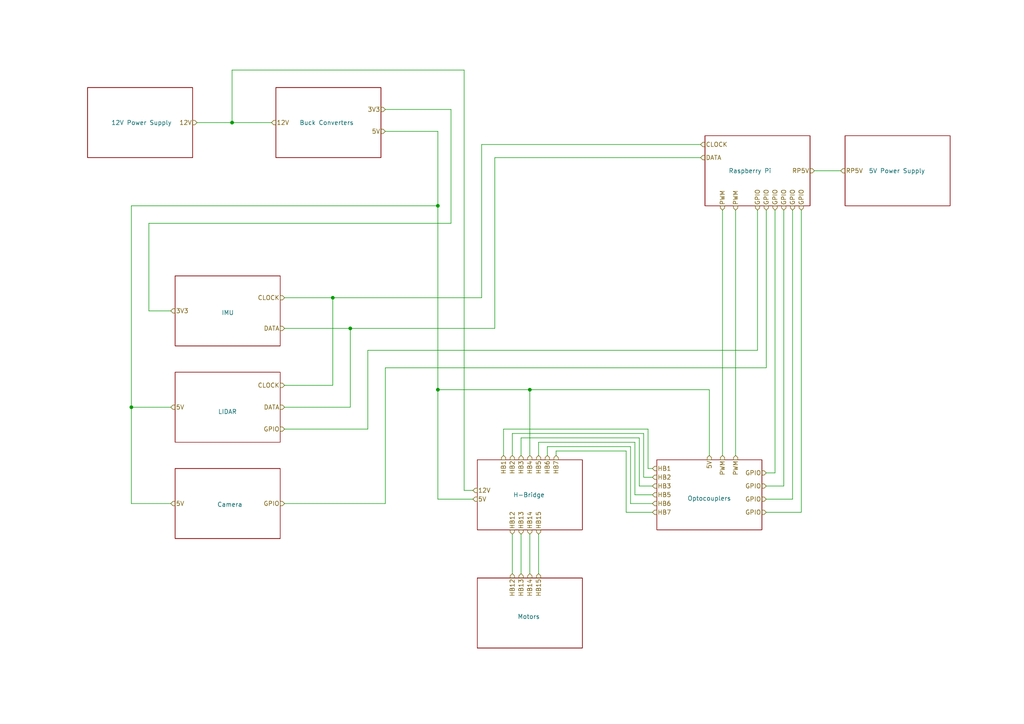
<source format=kicad_sch>
(kicad_sch
	(version 20250114)
	(generator "eeschema")
	(generator_version "9.0")
	(uuid "806c945d-80a3-4a32-a262-566a8b69f4ec")
	(paper "A4")
	(title_block
		(title "Power Distribution Block Diagram")
		(date "2025-10-16")
		(rev "1")
		(company "Carleton University - MFWF")
	)
	(lib_symbols)
	(junction
		(at 38.1 118.11)
		(diameter 0)
		(color 0 0 0 0)
		(uuid "39d8beb6-5645-45b1-8988-317cb0cda1b2")
	)
	(junction
		(at 127 59.69)
		(diameter 0)
		(color 0 0 0 0)
		(uuid "3c71b487-083f-4c9e-8f23-571c9fc37608")
	)
	(junction
		(at 96.52 86.36)
		(diameter 0)
		(color 0 0 0 0)
		(uuid "64625093-4ebd-468b-8be9-0dab1623a7b8")
	)
	(junction
		(at 153.67 113.03)
		(diameter 0)
		(color 0 0 0 0)
		(uuid "6c53c95d-38d4-476f-87cb-bfcb7c22c84e")
	)
	(junction
		(at 67.31 35.56)
		(diameter 0)
		(color 0 0 0 0)
		(uuid "7dcf34e3-905b-4dc1-994d-2e9a521443f9")
	)
	(junction
		(at 101.6 95.25)
		(diameter 0)
		(color 0 0 0 0)
		(uuid "c3ac0104-341d-46b1-90a0-96278f04f7fd")
	)
	(junction
		(at 127 113.03)
		(diameter 0)
		(color 0 0 0 0)
		(uuid "d4f64259-3003-44ec-aa69-3e8d7114c0b4")
	)
	(wire
		(pts
			(xy 38.1 146.05) (xy 49.53 146.05)
		)
		(stroke
			(width 0)
			(type default)
		)
		(uuid "0508e64a-9992-4498-860c-c803bf058c44")
	)
	(wire
		(pts
			(xy 146.05 124.46) (xy 187.96 124.46)
		)
		(stroke
			(width 0)
			(type default)
		)
		(uuid "096a265b-89f5-4583-b037-b8eb6b8340c1")
	)
	(wire
		(pts
			(xy 232.41 60.96) (xy 232.41 148.59)
		)
		(stroke
			(width 0)
			(type default)
		)
		(uuid "09aaf581-eb03-4be5-8e78-c0ed5986ba02")
	)
	(wire
		(pts
			(xy 106.68 101.6) (xy 219.71 101.6)
		)
		(stroke
			(width 0)
			(type default)
		)
		(uuid "0d7f9dda-012c-43f9-9931-5f6b5c2f9ad3")
	)
	(wire
		(pts
			(xy 224.79 137.16) (xy 222.25 137.16)
		)
		(stroke
			(width 0)
			(type default)
		)
		(uuid "0ea5632f-6d33-4144-977f-d44b9ab5e8e2")
	)
	(wire
		(pts
			(xy 111.76 146.05) (xy 111.76 106.68)
		)
		(stroke
			(width 0)
			(type default)
		)
		(uuid "0ff39de0-ec6e-4a7e-b8f4-f640be80c734")
	)
	(wire
		(pts
			(xy 151.13 154.94) (xy 151.13 166.37)
		)
		(stroke
			(width 0)
			(type default)
		)
		(uuid "15c07f55-be94-498d-a756-f1ef93cdae8d")
	)
	(wire
		(pts
			(xy 224.79 60.96) (xy 224.79 137.16)
		)
		(stroke
			(width 0)
			(type default)
		)
		(uuid "15cb4095-3d21-4ece-8380-d7a105a7589d")
	)
	(wire
		(pts
			(xy 134.62 20.32) (xy 134.62 142.24)
		)
		(stroke
			(width 0)
			(type default)
		)
		(uuid "15f0f09f-7e22-48f3-987e-3042d2ba4ea8")
	)
	(wire
		(pts
			(xy 38.1 118.11) (xy 49.53 118.11)
		)
		(stroke
			(width 0)
			(type default)
		)
		(uuid "1be8d459-3785-4867-a928-9ee731d631f4")
	)
	(wire
		(pts
			(xy 186.69 125.73) (xy 186.69 138.43)
		)
		(stroke
			(width 0)
			(type default)
		)
		(uuid "2075255c-03f7-4e6d-bba8-24768616f03c")
	)
	(wire
		(pts
			(xy 139.7 86.36) (xy 96.52 86.36)
		)
		(stroke
			(width 0)
			(type default)
		)
		(uuid "20cca7ee-ba95-40d4-94e7-c299f307250d")
	)
	(wire
		(pts
			(xy 43.18 64.77) (xy 43.18 90.17)
		)
		(stroke
			(width 0)
			(type default)
		)
		(uuid "23d91e80-9540-465c-83f7-8dc0ac4dd953")
	)
	(wire
		(pts
			(xy 67.31 20.32) (xy 134.62 20.32)
		)
		(stroke
			(width 0)
			(type default)
		)
		(uuid "262d697a-0804-4b0a-9561-6a3cc2a5a9e0")
	)
	(wire
		(pts
			(xy 161.29 130.81) (xy 181.61 130.81)
		)
		(stroke
			(width 0)
			(type default)
		)
		(uuid "28ed5fe6-56ef-49ef-adce-ae2fac3f3e4a")
	)
	(wire
		(pts
			(xy 127 144.78) (xy 137.16 144.78)
		)
		(stroke
			(width 0)
			(type default)
		)
		(uuid "2aab074d-ba72-4d79-b87c-f1b85fa70878")
	)
	(wire
		(pts
			(xy 82.55 124.46) (xy 106.68 124.46)
		)
		(stroke
			(width 0)
			(type default)
		)
		(uuid "2da932f8-5e92-46fd-974a-49e6b0978a0c")
	)
	(wire
		(pts
			(xy 153.67 113.03) (xy 153.67 132.08)
		)
		(stroke
			(width 0)
			(type default)
		)
		(uuid "2e385bce-c707-44fe-b185-7c2c770be7bb")
	)
	(wire
		(pts
			(xy 189.23 135.89) (xy 187.96 135.89)
		)
		(stroke
			(width 0)
			(type default)
		)
		(uuid "303729b6-932c-4119-b36f-0bfe89526461")
	)
	(wire
		(pts
			(xy 57.15 35.56) (xy 67.31 35.56)
		)
		(stroke
			(width 0)
			(type default)
		)
		(uuid "330672dc-b9cc-4eba-bd43-57732070a65d")
	)
	(wire
		(pts
			(xy 130.81 64.77) (xy 43.18 64.77)
		)
		(stroke
			(width 0)
			(type default)
		)
		(uuid "3530d9e8-5d02-44f8-9bdf-4670f0798f2f")
	)
	(wire
		(pts
			(xy 156.21 128.27) (xy 156.21 132.08)
		)
		(stroke
			(width 0)
			(type default)
		)
		(uuid "355d4df0-feff-4355-a929-dfba50c24eec")
	)
	(wire
		(pts
			(xy 127 59.69) (xy 127 113.03)
		)
		(stroke
			(width 0)
			(type default)
		)
		(uuid "355f48bc-457d-4b22-a525-58621d00a162")
	)
	(wire
		(pts
			(xy 130.81 31.75) (xy 130.81 64.77)
		)
		(stroke
			(width 0)
			(type default)
		)
		(uuid "3621c02e-f18d-4dc7-975d-279fb4ad0185")
	)
	(wire
		(pts
			(xy 158.75 129.54) (xy 158.75 132.08)
		)
		(stroke
			(width 0)
			(type default)
		)
		(uuid "3975f91f-3e1e-4298-9f86-dd6d683897a4")
	)
	(wire
		(pts
			(xy 182.88 129.54) (xy 182.88 146.05)
		)
		(stroke
			(width 0)
			(type default)
		)
		(uuid "3c7c0a5b-b858-4a88-be34-e38504b4a291")
	)
	(wire
		(pts
			(xy 151.13 127) (xy 151.13 132.08)
		)
		(stroke
			(width 0)
			(type default)
		)
		(uuid "43f3797e-b8d4-42de-9d72-dd67921dfea6")
	)
	(wire
		(pts
			(xy 96.52 86.36) (xy 82.55 86.36)
		)
		(stroke
			(width 0)
			(type default)
		)
		(uuid "4510952a-b722-4f07-b016-949478f1c3b8")
	)
	(wire
		(pts
			(xy 185.42 127) (xy 185.42 140.97)
		)
		(stroke
			(width 0)
			(type default)
		)
		(uuid "483d683b-9d7a-4da9-82c0-0071244e160a")
	)
	(wire
		(pts
			(xy 222.25 148.59) (xy 232.41 148.59)
		)
		(stroke
			(width 0)
			(type default)
		)
		(uuid "48c593eb-4c7e-4cbb-bffb-25a4b4bc3a4d")
	)
	(wire
		(pts
			(xy 134.62 142.24) (xy 137.16 142.24)
		)
		(stroke
			(width 0)
			(type default)
		)
		(uuid "4d2313a7-6f32-4aed-aa80-fe909bf88589")
	)
	(wire
		(pts
			(xy 227.33 140.97) (xy 222.25 140.97)
		)
		(stroke
			(width 0)
			(type default)
		)
		(uuid "4d6e5342-3c93-4c09-ba39-ee3d011d185a")
	)
	(wire
		(pts
			(xy 184.15 143.51) (xy 189.23 143.51)
		)
		(stroke
			(width 0)
			(type default)
		)
		(uuid "4e7aa7f6-ecd5-4b2c-b693-2c8fc73fb217")
	)
	(wire
		(pts
			(xy 229.87 60.96) (xy 229.87 144.78)
		)
		(stroke
			(width 0)
			(type default)
		)
		(uuid "5238cff4-7612-443d-9bff-5a73c9eb3bff")
	)
	(wire
		(pts
			(xy 182.88 146.05) (xy 189.23 146.05)
		)
		(stroke
			(width 0)
			(type default)
		)
		(uuid "59597263-481c-423a-8ba2-2f2f6e1e927d")
	)
	(wire
		(pts
			(xy 111.76 38.1) (xy 127 38.1)
		)
		(stroke
			(width 0)
			(type default)
		)
		(uuid "5b998e2f-3c24-4d40-802b-abb4851f8b3b")
	)
	(wire
		(pts
			(xy 101.6 95.25) (xy 143.51 95.25)
		)
		(stroke
			(width 0)
			(type default)
		)
		(uuid "5c027f9d-f10a-4bc6-a158-0af31045b0e5")
	)
	(wire
		(pts
			(xy 127 38.1) (xy 127 59.69)
		)
		(stroke
			(width 0)
			(type default)
		)
		(uuid "5d1bf18e-2e9b-43e4-9af5-9f0a8de25081")
	)
	(wire
		(pts
			(xy 143.51 95.25) (xy 143.51 45.72)
		)
		(stroke
			(width 0)
			(type default)
		)
		(uuid "5ea02e5b-a7ef-4263-adab-fe58efbaec18")
	)
	(wire
		(pts
			(xy 38.1 59.69) (xy 38.1 118.11)
		)
		(stroke
			(width 0)
			(type default)
		)
		(uuid "5f32f5f9-7243-4483-81ba-92eab052d78a")
	)
	(wire
		(pts
			(xy 82.55 118.11) (xy 101.6 118.11)
		)
		(stroke
			(width 0)
			(type default)
		)
		(uuid "6629913f-42c0-4fb5-86a8-91106ab080e3")
	)
	(wire
		(pts
			(xy 43.18 90.17) (xy 49.53 90.17)
		)
		(stroke
			(width 0)
			(type default)
		)
		(uuid "6bed6e36-3036-402c-a357-ab0eac65c0b4")
	)
	(wire
		(pts
			(xy 236.22 49.53) (xy 243.84 49.53)
		)
		(stroke
			(width 0)
			(type default)
		)
		(uuid "72e47b0d-e08e-4bcd-944c-9a1d5cc403cd")
	)
	(wire
		(pts
			(xy 186.69 138.43) (xy 189.23 138.43)
		)
		(stroke
			(width 0)
			(type default)
		)
		(uuid "7b38a118-1685-4114-bced-02e7418f1e50")
	)
	(wire
		(pts
			(xy 67.31 35.56) (xy 67.31 20.32)
		)
		(stroke
			(width 0)
			(type default)
		)
		(uuid "7cc58d56-fa84-4687-8e01-30d1cdca2f1c")
	)
	(wire
		(pts
			(xy 184.15 128.27) (xy 184.15 143.51)
		)
		(stroke
			(width 0)
			(type default)
		)
		(uuid "824f1640-367f-498a-bdbc-03da46945c90")
	)
	(wire
		(pts
			(xy 111.76 106.68) (xy 222.25 106.68)
		)
		(stroke
			(width 0)
			(type default)
		)
		(uuid "839a37c8-efbf-4388-8deb-2811f0a544c8")
	)
	(wire
		(pts
			(xy 181.61 148.59) (xy 189.23 148.59)
		)
		(stroke
			(width 0)
			(type default)
		)
		(uuid "844ecf1a-c73c-4bf4-a66c-ac38d8401ef3")
	)
	(wire
		(pts
			(xy 182.88 129.54) (xy 158.75 129.54)
		)
		(stroke
			(width 0)
			(type default)
		)
		(uuid "8b6f0074-2f6b-4fe1-8957-1c3d7501571f")
	)
	(wire
		(pts
			(xy 203.2 41.91) (xy 139.7 41.91)
		)
		(stroke
			(width 0)
			(type default)
		)
		(uuid "9415c972-2f46-4f99-a33f-ea14518d3638")
	)
	(wire
		(pts
			(xy 111.76 31.75) (xy 130.81 31.75)
		)
		(stroke
			(width 0)
			(type default)
		)
		(uuid "94f6f9bf-f31e-47d4-b8fc-49f428b0d030")
	)
	(wire
		(pts
			(xy 101.6 95.25) (xy 101.6 118.11)
		)
		(stroke
			(width 0)
			(type default)
		)
		(uuid "97b0c308-641b-4a3d-a655-199f276b4e70")
	)
	(wire
		(pts
			(xy 96.52 111.76) (xy 96.52 86.36)
		)
		(stroke
			(width 0)
			(type default)
		)
		(uuid "9b630b93-89d4-425e-9fc6-ab0255ff8ece")
	)
	(wire
		(pts
			(xy 185.42 140.97) (xy 189.23 140.97)
		)
		(stroke
			(width 0)
			(type default)
		)
		(uuid "9d9c07f0-9658-427f-8a51-1132e69debcb")
	)
	(wire
		(pts
			(xy 106.68 124.46) (xy 106.68 101.6)
		)
		(stroke
			(width 0)
			(type default)
		)
		(uuid "a222691d-a8a7-4ba0-8528-d692dfdeab7a")
	)
	(wire
		(pts
			(xy 181.61 130.81) (xy 181.61 148.59)
		)
		(stroke
			(width 0)
			(type default)
		)
		(uuid "a46407aa-7ac4-4276-aa15-69c29562f737")
	)
	(wire
		(pts
			(xy 82.55 95.25) (xy 101.6 95.25)
		)
		(stroke
			(width 0)
			(type default)
		)
		(uuid "ad9fac26-a3e5-4456-9148-5e9f09e9c9e8")
	)
	(wire
		(pts
			(xy 127 59.69) (xy 38.1 59.69)
		)
		(stroke
			(width 0)
			(type default)
		)
		(uuid "b1d5d244-2715-4faf-ba1d-04b1be6ee925")
	)
	(wire
		(pts
			(xy 219.71 101.6) (xy 219.71 60.96)
		)
		(stroke
			(width 0)
			(type default)
		)
		(uuid "b4180aae-94e2-4597-adbc-3db4a9a21553")
	)
	(wire
		(pts
			(xy 153.67 113.03) (xy 205.74 113.03)
		)
		(stroke
			(width 0)
			(type default)
		)
		(uuid "b542f3b1-8427-4b79-9a63-300fad736277")
	)
	(wire
		(pts
			(xy 148.59 125.73) (xy 148.59 132.08)
		)
		(stroke
			(width 0)
			(type default)
		)
		(uuid "b781adbd-39e0-4641-a368-b2f4a773f279")
	)
	(wire
		(pts
			(xy 127 113.03) (xy 127 144.78)
		)
		(stroke
			(width 0)
			(type default)
		)
		(uuid "b9594be7-bea4-4e17-ad38-c6b460341e51")
	)
	(wire
		(pts
			(xy 185.42 127) (xy 151.13 127)
		)
		(stroke
			(width 0)
			(type default)
		)
		(uuid "bc3f8d68-3db1-4bc5-8295-606200ff312a")
	)
	(wire
		(pts
			(xy 161.29 132.08) (xy 161.29 130.81)
		)
		(stroke
			(width 0)
			(type default)
		)
		(uuid "bc972905-f56c-4117-a5d4-79091300d169")
	)
	(wire
		(pts
			(xy 156.21 154.94) (xy 156.21 166.37)
		)
		(stroke
			(width 0)
			(type default)
		)
		(uuid "c192002c-cb98-4683-ab07-28991e4ac0dd")
	)
	(wire
		(pts
			(xy 229.87 144.78) (xy 222.25 144.78)
		)
		(stroke
			(width 0)
			(type default)
		)
		(uuid "c500f377-5876-4ae3-8686-579bb6729282")
	)
	(wire
		(pts
			(xy 146.05 132.08) (xy 146.05 124.46)
		)
		(stroke
			(width 0)
			(type default)
		)
		(uuid "c6234d79-4a5c-4a08-8d67-20a12f362a22")
	)
	(wire
		(pts
			(xy 143.51 45.72) (xy 203.2 45.72)
		)
		(stroke
			(width 0)
			(type default)
		)
		(uuid "d071aefd-6f85-4851-bb38-fe9cbc14b844")
	)
	(wire
		(pts
			(xy 222.25 106.68) (xy 222.25 60.96)
		)
		(stroke
			(width 0)
			(type default)
		)
		(uuid "d1e15ffa-472b-46b7-b9ee-7d5ae69eaaf7")
	)
	(wire
		(pts
			(xy 187.96 135.89) (xy 187.96 124.46)
		)
		(stroke
			(width 0)
			(type default)
		)
		(uuid "d22d6b37-e4a4-41df-aa86-af80d7cc16cb")
	)
	(wire
		(pts
			(xy 186.69 125.73) (xy 148.59 125.73)
		)
		(stroke
			(width 0)
			(type default)
		)
		(uuid "d4e30395-63cf-4d85-a715-c2e0a4e0f17c")
	)
	(wire
		(pts
			(xy 153.67 154.94) (xy 153.67 166.37)
		)
		(stroke
			(width 0)
			(type default)
		)
		(uuid "d5cf2ac2-c82e-4c96-a5e7-6a7fa1abe6ed")
	)
	(wire
		(pts
			(xy 205.74 113.03) (xy 205.74 132.08)
		)
		(stroke
			(width 0)
			(type default)
		)
		(uuid "dd6d6a9a-7ba0-4fc8-85f7-dce15bc6f0be")
	)
	(wire
		(pts
			(xy 213.36 60.96) (xy 213.36 132.08)
		)
		(stroke
			(width 0)
			(type default)
		)
		(uuid "df7723df-fc6f-4a4f-beb8-ec3e0816a60a")
	)
	(wire
		(pts
			(xy 227.33 60.96) (xy 227.33 140.97)
		)
		(stroke
			(width 0)
			(type default)
		)
		(uuid "dfb2abfa-7d6e-4b02-b393-f37b42ec3f7e")
	)
	(wire
		(pts
			(xy 82.55 111.76) (xy 96.52 111.76)
		)
		(stroke
			(width 0)
			(type default)
		)
		(uuid "e100481a-a1a2-47bf-a033-7e04bead68f3")
	)
	(wire
		(pts
			(xy 127 113.03) (xy 153.67 113.03)
		)
		(stroke
			(width 0)
			(type default)
		)
		(uuid "e5f23341-82bd-42e1-a1f4-32e9651a13b6")
	)
	(wire
		(pts
			(xy 139.7 41.91) (xy 139.7 86.36)
		)
		(stroke
			(width 0)
			(type default)
		)
		(uuid "ebe3a602-657f-4277-a993-b35903c5d61c")
	)
	(wire
		(pts
			(xy 184.15 128.27) (xy 156.21 128.27)
		)
		(stroke
			(width 0)
			(type default)
		)
		(uuid "ee707be6-d362-40d9-8a24-a8b362bb3a75")
	)
	(wire
		(pts
			(xy 82.55 146.05) (xy 111.76 146.05)
		)
		(stroke
			(width 0)
			(type default)
		)
		(uuid "f15ab10d-65f9-4467-bc2f-8b74199ba384")
	)
	(wire
		(pts
			(xy 148.59 154.94) (xy 148.59 166.37)
		)
		(stroke
			(width 0)
			(type default)
		)
		(uuid "f465e04a-c9c6-4e90-a2ca-af469398df99")
	)
	(wire
		(pts
			(xy 67.31 35.56) (xy 78.74 35.56)
		)
		(stroke
			(width 0)
			(type default)
		)
		(uuid "f65f5d14-5f5c-409d-a9bc-2e5dca239d1c")
	)
	(wire
		(pts
			(xy 209.55 60.96) (xy 209.55 132.08)
		)
		(stroke
			(width 0)
			(type default)
		)
		(uuid "f9b9e4bd-b115-4f27-a254-3fa9ce12a670")
	)
	(wire
		(pts
			(xy 38.1 118.11) (xy 38.1 146.05)
		)
		(stroke
			(width 0)
			(type default)
		)
		(uuid "ff110da8-e0c7-4239-9d24-66c84f4f050d")
	)
	(hierarchical_label "3V3"
		(shape input)
		(at 49.53 90.17 0)
		(effects
			(font
				(size 1.27 1.27)
			)
			(justify left)
		)
		(uuid "0a715399-46a2-44e4-85fd-590d1e99ff89")
	)
	(hierarchical_label "HB3"
		(shape input)
		(at 189.23 140.97 0)
		(effects
			(font
				(size 1.27 1.27)
			)
			(justify left)
		)
		(uuid "0fd8c797-4c44-40ee-905d-1d7079467e88")
	)
	(hierarchical_label "HB13"
		(shape input)
		(at 151.13 154.94 90)
		(effects
			(font
				(size 1.27 1.27)
			)
			(justify left)
		)
		(uuid "17ec8aba-7e81-497d-942d-6d41e381be55")
	)
	(hierarchical_label "HB7"
		(shape input)
		(at 161.29 132.08 270)
		(effects
			(font
				(size 1.27 1.27)
			)
			(justify right)
		)
		(uuid "258de19a-6747-4808-89a8-4feb840387ae")
	)
	(hierarchical_label "HB7"
		(shape input)
		(at 189.23 148.59 0)
		(effects
			(font
				(size 1.27 1.27)
			)
			(justify left)
		)
		(uuid "291c385a-b24c-4a98-bfb4-704f28a7652e")
	)
	(hierarchical_label "5V"
		(shape input)
		(at 137.16 144.78 0)
		(effects
			(font
				(size 1.27 1.27)
			)
			(justify left)
		)
		(uuid "2c20dc35-3741-44d1-a131-3a2a985457da")
	)
	(hierarchical_label "HB6"
		(shape input)
		(at 158.75 132.08 270)
		(effects
			(font
				(size 1.27 1.27)
			)
			(justify right)
		)
		(uuid "323b7fd3-bbc8-4e4e-91d6-803cb318acee")
	)
	(hierarchical_label "CLOCK"
		(shape input)
		(at 203.2 41.91 0)
		(effects
			(font
				(size 1.27 1.27)
			)
			(justify left)
		)
		(uuid "331d77e7-cc96-4586-ae32-fe333c93d673")
	)
	(hierarchical_label "RP5V"
		(shape input)
		(at 243.84 49.53 0)
		(effects
			(font
				(size 1.27 1.27)
			)
			(justify left)
		)
		(uuid "3419d46f-77dc-45f1-94e2-b57123a86fed")
	)
	(hierarchical_label "GPIO"
		(shape input)
		(at 222.25 60.96 90)
		(effects
			(font
				(size 1.27 1.27)
			)
			(justify left)
		)
		(uuid "345b1f56-d6d3-4cc6-b000-ccaddee2beed")
	)
	(hierarchical_label "HB4"
		(shape input)
		(at 153.67 132.08 270)
		(effects
			(font
				(size 1.27 1.27)
			)
			(justify right)
		)
		(uuid "39cb3bf9-70f2-45bc-8385-e5f4fea32d65")
	)
	(hierarchical_label "DATA"
		(shape input)
		(at 82.55 95.25 180)
		(effects
			(font
				(size 1.27 1.27)
			)
			(justify right)
		)
		(uuid "3a9443f3-9c67-4f07-9c39-00a6d3283874")
	)
	(hierarchical_label "DATA"
		(shape input)
		(at 203.2 45.72 0)
		(effects
			(font
				(size 1.27 1.27)
			)
			(justify left)
		)
		(uuid "40dcfc9c-b950-43a4-a15f-5dd57b15050d")
	)
	(hierarchical_label "HB13"
		(shape input)
		(at 151.13 166.37 270)
		(effects
			(font
				(size 1.27 1.27)
			)
			(justify right)
		)
		(uuid "47384ad5-857f-408b-9889-269fd2acda78")
	)
	(hierarchical_label "HB5"
		(shape input)
		(at 189.23 143.51 0)
		(effects
			(font
				(size 1.27 1.27)
			)
			(justify left)
		)
		(uuid "4774fcfd-dfce-41f8-b244-047cbaf4fca5")
	)
	(hierarchical_label "3V3"
		(shape input)
		(at 111.76 31.75 180)
		(effects
			(font
				(size 1.27 1.27)
			)
			(justify right)
		)
		(uuid "4d9a27cf-00fd-48b9-af43-f622a7fb7f86")
	)
	(hierarchical_label "GPIO"
		(shape input)
		(at 227.33 60.96 90)
		(effects
			(font
				(size 1.27 1.27)
			)
			(justify left)
		)
		(uuid "533f43a4-71a0-4c13-afdf-94c50cf91ffa")
	)
	(hierarchical_label "HB14"
		(shape input)
		(at 153.67 166.37 270)
		(effects
			(font
				(size 1.27 1.27)
			)
			(justify right)
		)
		(uuid "53c41b0a-2a3d-42a7-9406-65d3c01e534e")
	)
	(hierarchical_label "GPIO"
		(shape input)
		(at 232.41 60.96 90)
		(effects
			(font
				(size 1.27 1.27)
			)
			(justify left)
		)
		(uuid "553a10e4-241e-44a7-8b9d-f3c6a8c258da")
	)
	(hierarchical_label "HB15"
		(shape input)
		(at 156.21 154.94 90)
		(effects
			(font
				(size 1.27 1.27)
			)
			(justify left)
		)
		(uuid "57e34d82-3b90-4c9f-91ac-cc03fe2d14fd")
	)
	(hierarchical_label "HB5"
		(shape input)
		(at 156.21 132.08 270)
		(effects
			(font
				(size 1.27 1.27)
			)
			(justify right)
		)
		(uuid "58972ef3-522d-49c7-bae8-aaaee1d89b27")
	)
	(hierarchical_label "GPIO"
		(shape input)
		(at 222.25 144.78 180)
		(effects
			(font
				(size 1.27 1.27)
			)
			(justify right)
		)
		(uuid "5b8c1625-d121-4bea-a1a4-35d6194d8c48")
	)
	(hierarchical_label "PWM"
		(shape input)
		(at 209.55 60.96 90)
		(effects
			(font
				(size 1.27 1.27)
			)
			(justify left)
		)
		(uuid "5e4d29b9-d982-468a-b7ae-e9e4927a247f")
	)
	(hierarchical_label "GPIO"
		(shape input)
		(at 222.25 140.97 180)
		(effects
			(font
				(size 1.27 1.27)
			)
			(justify right)
		)
		(uuid "61ba1eff-653e-45c4-b914-fba0250bf1da")
	)
	(hierarchical_label "GPIO"
		(shape input)
		(at 82.55 146.05 180)
		(effects
			(font
				(size 1.27 1.27)
			)
			(justify right)
		)
		(uuid "743c76ec-6984-4a6a-9162-035001aa7474")
	)
	(hierarchical_label "CLOCK"
		(shape input)
		(at 82.55 111.76 180)
		(effects
			(font
				(size 1.27 1.27)
			)
			(justify right)
		)
		(uuid "74a3c403-2842-447d-bcb4-8e87898df356")
	)
	(hierarchical_label "PWM"
		(shape input)
		(at 213.36 60.96 90)
		(effects
			(font
				(size 1.27 1.27)
			)
			(justify left)
		)
		(uuid "7853a266-e84a-40be-b193-c32d2dcbe834")
	)
	(hierarchical_label "GPIO"
		(shape input)
		(at 222.25 148.59 180)
		(effects
			(font
				(size 1.27 1.27)
			)
			(justify right)
		)
		(uuid "790fbe0b-b1ce-49d2-aaa3-06ca716b25af")
	)
	(hierarchical_label "HB6"
		(shape input)
		(at 189.23 146.05 0)
		(effects
			(font
				(size 1.27 1.27)
			)
			(justify left)
		)
		(uuid "810ce752-9428-41be-94cf-fe56ac8cbe2b")
	)
	(hierarchical_label "HB12"
		(shape input)
		(at 148.59 166.37 270)
		(effects
			(font
				(size 1.27 1.27)
			)
			(justify right)
		)
		(uuid "82479085-7cf4-43a5-8b46-94970fa5482a")
	)
	(hierarchical_label "5V"
		(shape input)
		(at 49.53 118.11 0)
		(effects
			(font
				(size 1.27 1.27)
			)
			(justify left)
		)
		(uuid "89751659-827d-4408-810e-388f2d196442")
	)
	(hierarchical_label "GPIO"
		(shape input)
		(at 222.25 137.16 180)
		(effects
			(font
				(size 1.27 1.27)
			)
			(justify right)
		)
		(uuid "8c2dff93-ede9-49a1-8d15-152d9dbd796b")
	)
	(hierarchical_label "HB12"
		(shape input)
		(at 148.59 154.94 90)
		(effects
			(font
				(size 1.27 1.27)
			)
			(justify left)
		)
		(uuid "907c70b2-8b47-4e75-993a-ec790bb6fda6")
	)
	(hierarchical_label "12V"
		(shape input)
		(at 78.74 35.56 0)
		(effects
			(font
				(size 1.27 1.27)
			)
			(justify left)
		)
		(uuid "914b7f9a-9811-4877-a80e-ba0d11048e65")
	)
	(hierarchical_label "PWM"
		(shape input)
		(at 209.55 132.08 270)
		(effects
			(font
				(size 1.27 1.27)
			)
			(justify right)
		)
		(uuid "931d1704-f5f0-4b4a-ad6a-9077e0cf6057")
	)
	(hierarchical_label "GPIO"
		(shape input)
		(at 219.71 60.96 90)
		(effects
			(font
				(size 1.27 1.27)
			)
			(justify left)
		)
		(uuid "9c4900b0-6741-4576-b73e-e21ce56d1e9d")
	)
	(hierarchical_label "HB14"
		(shape input)
		(at 153.67 154.94 90)
		(effects
			(font
				(size 1.27 1.27)
			)
			(justify left)
		)
		(uuid "9da332a8-e458-4102-9ba7-f9f3024053bd")
	)
	(hierarchical_label "GPIO"
		(shape input)
		(at 224.79 60.96 90)
		(effects
			(font
				(size 1.27 1.27)
			)
			(justify left)
		)
		(uuid "aa5f3179-966c-4068-bfe4-09662a384663")
	)
	(hierarchical_label "5V"
		(shape input)
		(at 205.74 132.08 270)
		(effects
			(font
				(size 1.27 1.27)
			)
			(justify right)
		)
		(uuid "ada429e9-ca9b-4056-8428-3e80e7d7817d")
	)
	(hierarchical_label "GPIO"
		(shape input)
		(at 229.87 60.96 90)
		(effects
			(font
				(size 1.27 1.27)
			)
			(justify left)
		)
		(uuid "b404b91d-9e7f-4786-8bde-7acd5112ca4b")
	)
	(hierarchical_label "5V"
		(shape input)
		(at 49.53 146.05 0)
		(effects
			(font
				(size 1.27 1.27)
			)
			(justify left)
		)
		(uuid "b4e7716a-dd6b-417e-8b71-7a7af440a94d")
	)
	(hierarchical_label "12V"
		(shape input)
		(at 137.16 142.24 0)
		(effects
			(font
				(size 1.27 1.27)
			)
			(justify left)
		)
		(uuid "be111f0f-ab27-4308-bf76-0ee2522039a5")
	)
	(hierarchical_label "GPIO"
		(shape input)
		(at 82.55 124.46 180)
		(effects
			(font
				(size 1.27 1.27)
			)
			(justify right)
		)
		(uuid "c1bce3d8-6715-4458-9f2a-abbd16bdb152")
	)
	(hierarchical_label "HB15"
		(shape input)
		(at 156.21 166.37 270)
		(effects
			(font
				(size 1.27 1.27)
			)
			(justify right)
		)
		(uuid "c28222b3-7301-43b8-a1dd-1eb725fcad5b")
	)
	(hierarchical_label "HB2"
		(shape input)
		(at 148.59 132.08 270)
		(effects
			(font
				(size 1.27 1.27)
			)
			(justify right)
		)
		(uuid "c8d755d5-9139-452d-880b-8e1f940d8e66")
	)
	(hierarchical_label "HB1"
		(shape input)
		(at 189.23 135.89 0)
		(effects
			(font
				(size 1.27 1.27)
			)
			(justify left)
		)
		(uuid "cacfe0b3-43d5-494c-b5b4-74311c4a5a08")
	)
	(hierarchical_label "RP5V"
		(shape input)
		(at 236.22 49.53 180)
		(effects
			(font
				(size 1.27 1.27)
			)
			(justify right)
		)
		(uuid "d7053451-6f08-44c6-ae0e-709966c24271")
	)
	(hierarchical_label "HB2"
		(shape input)
		(at 189.23 138.43 0)
		(effects
			(font
				(size 1.27 1.27)
			)
			(justify left)
		)
		(uuid "da1d1f9d-865e-4b11-bae4-fc7ab6469323")
	)
	(hierarchical_label "CLOCK"
		(shape input)
		(at 82.55 86.36 180)
		(effects
			(font
				(size 1.27 1.27)
			)
			(justify right)
		)
		(uuid "dd62c545-168c-4402-9bec-f737f5adb429")
	)
	(hierarchical_label "HB1"
		(shape input)
		(at 146.05 132.08 270)
		(effects
			(font
				(size 1.27 1.27)
			)
			(justify right)
		)
		(uuid "e56da09e-6104-4af9-95bf-9fc007e5937e")
	)
	(hierarchical_label "HB3"
		(shape input)
		(at 151.13 132.08 270)
		(effects
			(font
				(size 1.27 1.27)
			)
			(justify right)
		)
		(uuid "e6907411-9574-4b3d-a426-017d079ee18c")
	)
	(hierarchical_label "5V"
		(shape input)
		(at 111.76 38.1 180)
		(effects
			(font
				(size 1.27 1.27)
			)
			(justify right)
		)
		(uuid "f2d9f637-399d-45a1-ac56-672e6782bfdc")
	)
	(hierarchical_label "12V"
		(shape input)
		(at 57.15 35.56 180)
		(effects
			(font
				(size 1.27 1.27)
			)
			(justify right)
		)
		(uuid "f50edc6a-2bda-42ba-a306-4da080a934dd")
	)
	(hierarchical_label "DATA"
		(shape input)
		(at 82.55 118.11 180)
		(effects
			(font
				(size 1.27 1.27)
			)
			(justify right)
		)
		(uuid "f818d5a9-5048-492d-b648-60135c29e3ed")
	)
	(hierarchical_label "PWM"
		(shape input)
		(at 213.36 132.08 270)
		(effects
			(font
				(size 1.27 1.27)
			)
			(justify right)
		)
		(uuid "fd0f780e-d7c1-40c9-8f3b-814d00fad809")
	)
	(sheet
		(at 50.8 80.01)
		(size 30.48 20.32)
		(exclude_from_sim no)
		(in_bom yes)
		(on_board yes)
		(dnp no)
		(stroke
			(width 0.1524)
			(type solid)
		)
		(fill
			(color 0 0 0 0.0000)
		)
		(uuid "757f738d-1c2e-48f4-b574-66db06be0aae")
		(property "Sheetname" "IMU"
			(at 64.262 91.44 0)
			(effects
				(font
					(size 1.27 1.27)
				)
				(justify left bottom)
			)
		)
		(property "Sheetfile" "IMU.kicad_sch"
			(at 50.8 100.9146 0)
			(effects
				(font
					(size 1.27 1.27)
				)
				(justify left top)
				(hide yes)
			)
		)
		(instances
			(project "Basic Power Distribution"
				(path "/806c945d-80a3-4a32-a262-566a8b69f4ec"
					(page "5")
				)
			)
		)
	)
	(sheet
		(at 190.5 133.35)
		(size 30.48 20.32)
		(exclude_from_sim no)
		(in_bom yes)
		(on_board yes)
		(dnp no)
		(stroke
			(width 0.1524)
			(type solid)
		)
		(fill
			(color 0 0 0 0.0000)
		)
		(uuid "8354a627-246b-443a-8834-533f7c9d0f8f")
		(property "Sheetname" "Optocouplers"
			(at 199.39 145.288 0)
			(effects
				(font
					(size 1.27 1.27)
				)
				(justify left bottom)
			)
		)
		(property "Sheetfile" "Optocouplers.kicad_sch"
			(at 190.5 154.2546 0)
			(effects
				(font
					(size 1.27 1.27)
				)
				(justify left top)
				(hide yes)
			)
		)
		(instances
			(project "Basic Power Distribution"
				(path "/806c945d-80a3-4a32-a262-566a8b69f4ec"
					(page "7")
				)
			)
		)
	)
	(sheet
		(at 25.4 25.4)
		(size 30.48 20.32)
		(exclude_from_sim no)
		(in_bom yes)
		(on_board yes)
		(dnp no)
		(stroke
			(width 0.1524)
			(type solid)
		)
		(fill
			(color 0 0 0 0.0000)
		)
		(uuid "94852c22-4b25-46a7-be23-fa7cfc3b1535")
		(property "Sheetname" "12V Power Supply"
			(at 32.258 36.322 0)
			(effects
				(font
					(size 1.27 1.27)
				)
				(justify left bottom)
			)
		)
		(property "Sheetfile" "12V_Power_Supply.kicad_sch"
			(at 25.4 46.3046 0)
			(effects
				(font
					(size 1.27 1.27)
				)
				(justify left top)
				(hide yes)
			)
		)
		(instances
			(project "Basic Power Distribution"
				(path "/806c945d-80a3-4a32-a262-566a8b69f4ec"
					(page "2")
				)
			)
		)
	)
	(sheet
		(at 50.8 107.95)
		(size 30.48 20.32)
		(exclude_from_sim no)
		(in_bom yes)
		(on_board yes)
		(dnp no)
		(stroke
			(width 0.1524)
			(type solid)
		)
		(fill
			(color 0 0 0 0.0000)
		)
		(uuid "9dbdeb11-dd1f-470f-baf3-3d1de0025c28")
		(property "Sheetname" "LIDAR"
			(at 63.246 120.142 0)
			(effects
				(font
					(size 1.27 1.27)
				)
				(justify left bottom)
			)
		)
		(property "Sheetfile" "LIDAR.kicad_sch"
			(at 50.8 128.8546 0)
			(effects
				(font
					(size 1.27 1.27)
				)
				(justify left top)
				(hide yes)
			)
		)
		(instances
			(project "Basic Power Distribution"
				(path "/806c945d-80a3-4a32-a262-566a8b69f4ec"
					(page "4")
				)
			)
		)
	)
	(sheet
		(at 204.47 39.37)
		(size 30.48 20.32)
		(exclude_from_sim no)
		(in_bom yes)
		(on_board yes)
		(dnp no)
		(stroke
			(width 0.1524)
			(type solid)
		)
		(fill
			(color 0 0 0 0.0000)
		)
		(uuid "a5574892-7c2d-4241-9f95-5856b45f8582")
		(property "Sheetname" "Raspberry Pi"
			(at 211.328 50.292 0)
			(effects
				(font
					(size 1.27 1.27)
				)
				(justify left bottom)
			)
		)
		(property "Sheetfile" "Raspberry_Pi.kicad_sch"
			(at 204.47 60.2746 0)
			(effects
				(font
					(size 1.27 1.27)
				)
				(justify left top)
				(hide yes)
			)
		)
		(instances
			(project "Basic Power Distribution"
				(path "/806c945d-80a3-4a32-a262-566a8b69f4ec"
					(page "10")
				)
			)
		)
	)
	(sheet
		(at 245.11 39.37)
		(size 30.48 20.32)
		(exclude_from_sim no)
		(in_bom yes)
		(on_board yes)
		(dnp no)
		(stroke
			(width 0.1524)
			(type solid)
		)
		(fill
			(color 0 0 0 0.0000)
		)
		(uuid "ab2e4192-6a2d-4f36-b036-40f76c894705")
		(property "Sheetname" "5V Power Supply"
			(at 251.968 50.292 0)
			(effects
				(font
					(size 1.27 1.27)
				)
				(justify left bottom)
			)
		)
		(property "Sheetfile" "5V_Power_Supply.kicad_sch"
			(at 245.11 60.2746 0)
			(effects
				(font
					(size 1.27 1.27)
				)
				(justify left top)
				(hide yes)
			)
		)
		(instances
			(project "Basic Power Distribution"
				(path "/806c945d-80a3-4a32-a262-566a8b69f4ec"
					(page "11")
				)
			)
		)
	)
	(sheet
		(at 138.43 167.64)
		(size 30.48 20.32)
		(exclude_from_sim no)
		(in_bom yes)
		(on_board yes)
		(dnp no)
		(stroke
			(width 0.1524)
			(type solid)
		)
		(fill
			(color 0 0 0 0.0000)
		)
		(uuid "ac17146d-47e8-4862-8f6c-eaeadaeacb24")
		(property "Sheetname" "Motors"
			(at 150.114 179.578 0)
			(effects
				(font
					(size 1.27 1.27)
				)
				(justify left bottom)
			)
		)
		(property "Sheetfile" "Motors.kicad_sch"
			(at 138.43 188.5446 0)
			(effects
				(font
					(size 1.27 1.27)
				)
				(justify left top)
				(hide yes)
			)
		)
		(instances
			(project "Basic Power Distribution"
				(path "/806c945d-80a3-4a32-a262-566a8b69f4ec"
					(page "9")
				)
			)
		)
	)
	(sheet
		(at 50.8 135.89)
		(size 30.48 20.32)
		(exclude_from_sim no)
		(in_bom yes)
		(on_board yes)
		(dnp no)
		(stroke
			(width 0.1524)
			(type solid)
		)
		(fill
			(color 0 0 0 0.0000)
		)
		(uuid "d3236411-8c17-4305-bf7b-d97ed32eae5b")
		(property "Sheetname" "Camera"
			(at 62.992 147.066 0)
			(effects
				(font
					(size 1.27 1.27)
				)
				(justify left bottom)
			)
		)
		(property "Sheetfile" "Camera.kicad_sch"
			(at 50.8 156.7946 0)
			(effects
				(font
					(size 1.27 1.27)
				)
				(justify left top)
				(hide yes)
			)
		)
		(instances
			(project "Basic Power Distribution"
				(path "/806c945d-80a3-4a32-a262-566a8b69f4ec"
					(page "3")
				)
			)
		)
	)
	(sheet
		(at 138.43 133.35)
		(size 30.48 20.32)
		(exclude_from_sim no)
		(in_bom yes)
		(on_board yes)
		(dnp no)
		(stroke
			(width 0.1524)
			(type solid)
		)
		(fill
			(color 0 0 0 0.0000)
		)
		(uuid "eea05c16-4097-4163-938d-6cfac6b2cdf4")
		(property "Sheetname" "H-Bridge"
			(at 148.844 144.272 0)
			(effects
				(font
					(size 1.27 1.27)
				)
				(justify left bottom)
			)
		)
		(property "Sheetfile" "H-Bridge.kicad_sch"
			(at 138.43 154.2546 0)
			(effects
				(font
					(size 1.27 1.27)
				)
				(justify left top)
				(hide yes)
			)
		)
		(instances
			(project "Basic Power Distribution"
				(path "/806c945d-80a3-4a32-a262-566a8b69f4ec"
					(page "8")
				)
			)
		)
	)
	(sheet
		(at 80.01 25.4)
		(size 30.48 20.32)
		(exclude_from_sim no)
		(in_bom yes)
		(on_board yes)
		(dnp no)
		(stroke
			(width 0.1524)
			(type solid)
		)
		(fill
			(color 0 0 0 0.0000)
		)
		(uuid "f27c0134-a393-4f3a-84ff-1e1370088c24")
		(property "Sheetname" "Buck Converters"
			(at 86.868 36.322 0)
			(effects
				(font
					(size 1.27 1.27)
				)
				(justify left bottom)
			)
		)
		(property "Sheetfile" "Buck_Converters.kicad_sch"
			(at 80.01 46.3046 0)
			(effects
				(font
					(size 1.27 1.27)
				)
				(justify left top)
				(hide yes)
			)
		)
		(instances
			(project "Basic Power Distribution"
				(path "/806c945d-80a3-4a32-a262-566a8b69f4ec"
					(page "6")
				)
			)
		)
	)
	(sheet_instances
		(path "/"
			(page "1")
		)
	)
	(embedded_fonts no)
)

</source>
